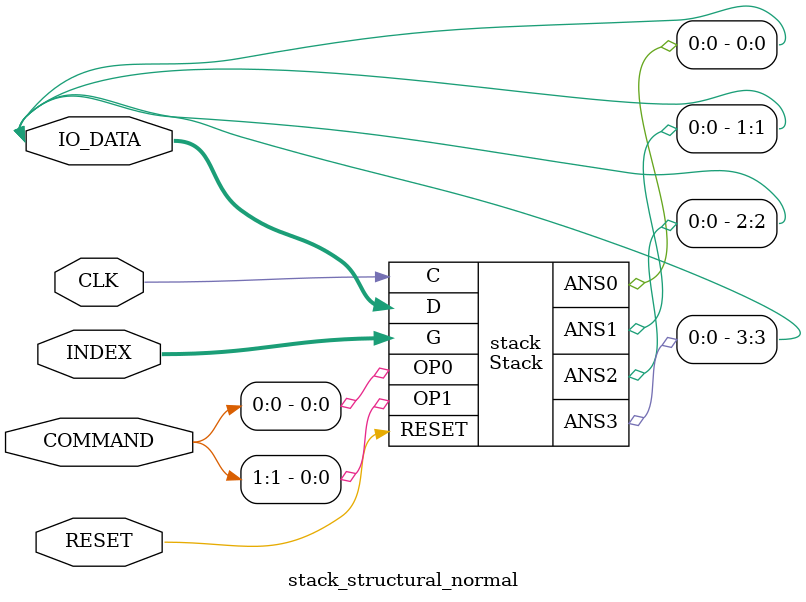
<source format=sv>
module ThreePusher (output wire Out0, Out1, Out2, input wire In0, In1, In2, B);
    and AND0(Out0, In0, B);
    and AND1(Out1, In1, B);
    and AND2(Out2, In2, B);
endmodule

module ThreeToFive (output wire S0, S1, S2, S3, S4, input wire A0, A1, A2);
    wire nA0, nA1, nA2;
    not negA0(nA0, A0);
    not negA1(nA1, A1);
    not negA2(nA2, A2);

    wire[7:0] ANS; // для каждого числ от 0 до 7 проверяем, не закодировано ли оно
    and ans0(ANS[0], nA0, nA1, nA2);
    and ans1(ANS[1], A0, nA1, nA2);
    and ans2(ANS[2], nA0, A1, nA2);
    and ans3(ANS[3], A0, A1, nA2);
    and ans4(ANS[4], nA0, nA1, A2);
    and ans5(ANS[5], A0, nA1, A2);
    and ans6(ANS[6], nA0, A1, A2);
    and ans7(ANS[7], A0, A1, A2);

    or OR0(S0, ANS[0], ANS[5]);
    or OR1(S1, ANS[1], ANS[6]);
    or OR2(S2, ANS[2], ANS[7]);
    or OR3(S3, ANS[3]);
    or OR4(S4, ANS[4]);
endmodule

module FiveToThree(output wire A0, A1, A2, input wire S0, S1, S2, S3, S4);
    or OR0(A0, S1, S3);
    or OR1(A1, S2, S3);
    or OR2(A2, S4);
endmodule

module DTrigger(output wire Q, input wire C, D);
    wire w1, w2, notQ, notD;
    not ND(notD, D);

    and IN1(w1, C, notD);
    and IN2(w2, C, D);
    nor NOR1(notQ, Q, w2);
    nor NOR2(Q, notQ, w1);
endmodule

module Comp10to1(output wire OUT, input wire B0, B1, B2, B3, B4, V0, V1, V2, V3, V4);
    wire[4:0] PUSH;
    and PV0(PUSH[0], B0, V0);
    and PV1(PUSH[1], B1, V1);
    and PV2(PUSH[2], B2, V2);
    and PV3(PUSH[3], B3, V3);
    and PV4(PUSH[4], B4, V4);
    or out(OUT, PUSH[0], PUSH[1], PUSH[2], PUSH[3], PUSH[4]);
endmodule

module StackCell(output wire Q0, Q1, Q2, Q3, input wire R, C, D0, D1, D2, D3);
    wire notR; not nr(notR, R);
    wire RorC; or r_or_c(RorC, R, C);
    wire D0andNR; and AND0(D0andNR, D0, notR);
    wire D1andNR; and AND1(D1andNR, D1, notR);
    wire D2andNR; and AND2(D2andNR, D2, notR);
    wire D3andNR; and AND3(D3andNR, D3, notR);
    DTrigger d_tr0(.C(RorC), .D(D0andNR), .Q(Q0));
    DTrigger d_tr1(.C(RorC), .D(D1andNR), .Q(Q1));
    DTrigger d_tr2(.C(RorC), .D(D2andNR), .Q(Q2));
    DTrigger d_tr3(.C(RorC), .D(D3andNR), .Q(Q3));
endmodule

module Demux(output wire C0, C1, C2, C3, C4, input wire A0, A1, A2, C);
    wire S0, S1, S2, S3, S4; 
    ThreeToFive ttf(.A0(A0), .A1(A1), .A2(A2), .S0(S0), .S1(S1), .S2(S2), .S3(S3), .S4(S4));
    and c0(C0, C, S0);
    and c1(C1, C, S1);
    and c2(C2, C, S2);
    and c3(C3, C, S3);
    and c4(C4, C, S4);
endmodule

module Plus1(output wire B0, B1, B2, input wire A0, A1, A2);
    wire S0, S1, S2, S3, S4;
    ThreeToFive ttf(.A0(A0), .A1(A1), .A2(A2), .S0(S0), .S1(S1), .S2(S2), .S3(S3), .S4(S4));
    FiveToThree fft(.S0(S4), .S1(S0), .S2(S1), .S3(S2), .S4(S3), .A0(B0), .A1(B1), .A2(B2));
endmodule

module Minus1(output wire B0, B1, B2, input wire A0, A1, A2);
    wire S0, S1, S2, S3, S4;
    ThreeToFive ttf(.A0(A0), .A1(A1), .A2(A2), .S0(S0), .S1(S1), .S2(S2), .S3(S3), .S4(S4));
    FiveToThree fft(.S0(S1), .S1(S2), .S2(S3), .S3(S4), .S4(S0), .A0(B0), .A1(B1), .A2(B2));
endmodule

module MUX(output wire Q0, Q1, Q2, Q3, input wire A0, A1, A2, D0, D1, D2, D3, D4, D5, D6, D7, D8, D9, D10, D11, D12, D13, D14, D15, D16, D17, D18, D19);
    wire S0, S1, S2, S3, S4;
    ThreeToFive mux_three_to_five(.A0(A0), .A1(A1), .A2(A2), .S0(S0), .S1(S1), .S2(S2), .S3(S3), .S4(S4));
    wire D0S0; and And_0_0(D0S0, D0, S0);
    wire D1S0; and And_1_0(D1S0, D1, S0);
    wire D2S0; and And_2_0(D2S0, D2, S0);
    wire D3S0; and And_3_0(D3S0, D3, S0);
    wire D4S1; and And_4_1(D4S1, D4, S1);
    wire D5S1; and And_5_1(D5S1, D5, S1);
    wire D6S1; and And_6_1(D6S1, D6, S1);
    wire D7S1; and And_7_1(D7S1, D7, S1);
    wire D8S2; and And_8_2(D8S2, D8, S2);
    wire D9S2; and And_9_2(D9S2, D9, S2);
    wire D10S2; and And_10_2(D10S2, D10, S2);
    wire D11S2; and And_11_2(D11S2, D11, S2);
    wire D12S3; and And_12_3(D12S3, D12, S3);
    wire D13S3; and And_13_3(D13S3, D13, S3);
    wire D14S3; and And_14_3(D14S3, D14, S3);
    wire D15S3; and And_15_3(D15S3, D15, S3);
    wire D16S4; and And_16_4(D16S4, D16, S4);
    wire D17S4; and And_17_4(D17S4, D17, S4);
    wire D18S4; and And_18_4(D18S4, D18, S4);
    wire D19S4; and And_19_4(D19S4, D19, S4);

    or OR0(Q0, D0S0, D4S1, D8S2, D12S3, D16S4);
    or OR1(Q1, D1S0, D5S1, D9S2, D13S3, D17S4);
    or OR2(Q2, D2S0, D6S1, D10S2, D14S3, D18S4);
    or OR3(Q3, D3S0, D7S1, D11S2, D15S3, D19S4);
endmodule

module MinusMod5(output wire R0, R1, R2, input wire A0, A1, A2, B0, B1, B2);
    wire X00, X01, X02; // A2A1A0 mod 5
    wire T0, T1, T2, T3, T4; // промежуточные провода для этого
    ThreeToFive ttf1(.A0(A0), .A1(A1), .A2(A2), .S0(T0), .S1(T1), .S2(T2), .S3(T3), .S4(T4));
    FiveToThree fft1(.A0(X00), .A1(X01), .A2(X02), .S0(T0), .S1(T1), .S2(T2), .S3(T3), .S4(T4));
    wire X10, X11, X12; // A2A1A0 - 1 mod 5
    wire X20, X21, X22; // A2A1A0 - 2 mod 5
    wire X30, X31, X32; // A2A1A0 - 3 mod 5
    wire X40, X41, X42; // A2A1A0 - 4 mod 5
    Minus1 m0(.A0(X00), .A1(X01), .A2(X02), .B0(X10), .B1(X11), .B2(X12));
    Minus1 m1(.A0(X10), .A1(X11), .A2(X12), .B0(X20), .B1(X21), .B2(X22));
    Minus1 m2(.A0(X20), .A1(X21), .A2(X22), .B0(X30), .B1(X31), .B2(X32));
    Minus1 m3(.A0(X30), .A1(X31), .A2(X32), .B0(X40), .B1(X41), .B2(X42));

    wire S0, S1, S2, S3, S4;
    ThreeToFive ttf2(.A0(B0), .A1(B1), .A2(B2), .S0(S0), .S1(S1), .S2(S2), .S3(S3), .S4(S4));

    Comp10to1 c0(.B0(S0), .B1(S1), .B2(S2), .B3(S3), .B4(S4), .V0(X00), .V1(X10), .V2(X20), .V3(X30), .V4(X40), .OUT(R0));
    Comp10to1 c1(.B0(S0), .B1(S1), .B2(S2), .B3(S3), .B4(S4), .V0(X01), .V1(X11), .V2(X21), .V3(X31), .V4(X41), .OUT(R1));
    Comp10to1 c2(.B0(S0), .B1(S1), .B2(S2), .B3(S3), .B4(S4), .V0(X02), .V1(X12), .V2(X22), .V3(X32), .V4(X42), .OUT(R2));
endmodule

module MEM(output wire Q0, Q1, Q2, Q3, input wire A0, A1, A2, R_W, C, RESET, D0, D1, D2, D3);
    wire C0, C1, C2, C3, C4;
    wire W0, W1, W2, W3, W4, W5, W6, W7, W8, W9, W10, W11, W12, W13, W14, W15, W16, W17, W18, W19;
    wire RWandC; and make_RWandC(RWandC, R_W, C);
    Demux dmx(.A0(A0), .A1(A1), .A2(A2), .C(RWandC), .C0(C0), .C1(C1), .C2(C2), .C3(C3), .C4(C4));
    StackCell cell0(.R(RESET), .C(C0), .D0(D0), .D1(D1), .D2(D2), .D3(D3), .Q0(W0), .Q1(W1), .Q2(W2), .Q3(W3));
    StackCell cell1(.R(RESET), .C(C1), .D0(D0), .D1(D1), .D2(D2), .D3(D3), .Q0(W4), .Q1(W5), .Q2(W6), .Q3(W7));
    StackCell cell2(.R(RESET), .C(C2), .D0(D0), .D1(D1), .D2(D2), .D3(D3), .Q0(W8), .Q1(W9), .Q2(W10), .Q3(W11));
    StackCell cell3(.R(RESET), .C(C3), .D0(D0), .D1(D1), .D2(D2), .D3(D3), .Q0(W12), .Q1(W13), .Q2(W14), .Q3(W15));
    StackCell cell4(.R(RESET), .C(C4), .D0(D0), .D1(D1), .D2(D2), .D3(D3), .Q0(W16), .Q1(W17), .Q2(W18), .Q3(W19));
    MUX mx(.A0(A0), .A1(A1), .A2(A2), .D0(W0), .D1(W1), .D2(W2), .D3(W3), .D4(W4), .D5(W5), .D6(W6), .D7(W7), .D8(W8), .D9(W9), .D10(W10), .D11(W11), .D12(W12), .D13(W13), .D14(W14), .D15(W15), .D16(W16), .D17(W17), .D18(W18), .D19(W19), .Q0(Q0), .Q1(Q1), .Q2(Q2), .Q3(Q3));
endmodule

module PointerModifier(output wire N0, N1, N2, input wire INF1, INF2, A0, A1, A2);
    wire notINF1; not ni1(notINF1, INF1);
    wire notINF2; not ni2(notINF2, INF2);
    wire PLUS, SAVE, MINUS;
    and plus_and(PLUS, notINF1,  INF2);
    and minus_and(MINUS, notINF2,  INF1);
    and save_and(SAVE, INF1,  INF2);
    wire P0, P1, P2; // указатель + 1
    Plus1 p1(.A0(A0), .A1(A1), .A2(A2), .B0(P0), .B1(P1), .B2(P2));
    wire M0, M1, M2; // указатель - 1
    Minus1 m1(.A0(A0), .A1(A1), .A2(A2), .B0(M0), .B1(M1), .B2(M2));
    wire AA0, AA1, AA2; ThreePusher save_pusher(.In0(A0), .In1(A1), .In2(A2), .B(SAVE), .Out0(AA0), .Out1(AA1), .Out2(AA2));
    wire MM0, MM1, MM2; ThreePusher save_minus(.In0(M0), .In1(M1), .In2(M2), .B(MINUS), .Out0(MM0), .Out1(MM1), .Out2(MM2));
    wire PP0, PP1, PP2; ThreePusher save_plus(.In0(P0), .In1(P1), .In2(P2), .B(PLUS), .Out0(PP0), .Out1(PP1), .Out2(PP2));
    or n0(N0, AA0, MM0, PP0);
    or n1(N1, AA1, MM1, PP1);
    or n2(N2, AA2, MM2, PP2);
endmodule

module OpToInf(output wire INF1, INF2, input wire OP0, OP1);
    wire xorOps; // OP0 ^ OP1
    xor make_xorOps(xorOps, OP0, OP1);
    wire not_xorOps; not make_not_xorOps(not_xorOps, xorOps); 
    or make_inf1(INF1, not_xorOps, OP1);
    or make_inf2(INF2, not_xorOps, OP0);
endmodule


module PointerManager(output wire[2:0] SAVED, NEW, input wire INF1, INF2, RESET, C);
    wire notRESET; not nR(notRESET, RESET);
    wire INF1andNOTRESET; and make_inf1andnR(INF1andNOTRESET, INF1, notRESET);
    wire INF2andNOTRESET; and make_inf2andnR(INF2andNOTRESET, INF2, notRESET);
    wire notC; not nC(notC, C);
    wire RESETorC; or make_RorC(RESETorC, RESET, C);
    wire RESETornC; or make_RornC(RESETornC, RESET, notC);

    wire[2:0] D;
    PointerModifier pmdf(.INF1(INF1andNOTRESET), .INF2(INF2andNOTRESET), .A0(SAVED[0]), .A1(SAVED[1]), .A2(SAVED[2]), .N0(D[0]), .N1(D[1]), .N2(D[2]));
    DTrigger dtr_n0(.C(RESETorC), .D(D[0]), .Q(NEW[0]));
    DTrigger dtr_n1(.C(RESETorC), .D(D[1]), .Q(NEW[1]));
    DTrigger dtr_n2(.C(RESETorC), .D(D[2]), .Q(NEW[2]));

    DTrigger dtr_s0(.C(RESETornC), .D(NEW[0]), .Q(SAVED[0]));
    DTrigger dtr_s1(.C(RESETornC), .D(NEW[1]), .Q(SAVED[1]));
    DTrigger dtr_s2(.C(RESETornC), .D(NEW[2]), .Q(SAVED[2]));
endmodule

module InAndOutHelper(output wire Q, input wire A, B);
    wire nA; not make_nA(nA, A);
    nmos p_tr(Q, (B), A);
    pmos n_tr(Q, (B), nA);
endmodule

module Stack(output wire ANS0, ANS1, ANS2, ANS3, input wire OP0, OP1, RESET, C, input wire[2:0] G, input wire[3:0] D);
    wire Q0, Q1, Q2, Q3;
    wire INF1, INF2;
    OpToInf oti(.OP0(OP0), .OP1(OP1), .INF1(INF1), .INF2(INF2));
    wire[2:0] SAVED;
    wire[2:0] NEW;
    PointerManager pm(.INF1(INF1), .INF2(INF2), .RESET(RESET), .C(C), .SAVED(SAVED), .NEW(NEW));
    
    wire nOP0; not not_op0(nOP0, OP0);
    wire nOP1; not not_op1(nOP1, OP1);
    
    wire NOP; and make_nop(NOP, nOP0, nOP1);
    wire PUSH; and make_push(PUSH, OP0, nOP1);
    wire POP; and make_pop(POP, nOP0, OP1);
    wire GET; and make_get(GET, OP0, OP1);
    wire GETorPOP; or make_get_ot_pop(GETorPOP, POP, GET);
    wire NEED_TO_READ; and make_need_to_read(NEED_TO_READ, GETorPOP, C);
    wire[2:0] PUSH_VALUES, POP_VALUES, GET_VALUES;
    // PUSH
    ThreePusher tp_push(.In0(SAVED[0]), .In1(SAVED[1]), .In2(SAVED[2]), .B(PUSH), .Out0(PUSH_VALUES[0]), .Out1(PUSH_VALUES[1]), .Out2(PUSH_VALUES[2]));
    // POP
    ThreePusher tp_pop(.In0(NEW[0]), .In1(NEW[1]), .In2(NEW[2]), .B(POP), .Out0(POP_VALUES[0]), .Out1(POP_VALUES[1]), .Out2(POP_VALUES[2]));
    // GET
    wire[2:0] G_PLUS1, G_MINUSED;
    Plus1 plus1_get(.A0(G[0]), .A1(G[1]), .A2(G[2]), .B0(G_PLUS1[0]), .B1(G_PLUS1[1]), .B2(G_PLUS1[2]));
    MinusMod5 minus_get(.A0(SAVED[0]), .A1(SAVED[1]), .A2(SAVED[2]), .B0(G_PLUS1[0]), .B1(G_PLUS1[1]), .B2(G_PLUS1[2]), .R0(G_MINUSED[0]), .R1(G_MINUSED[1]), .R2(G_MINUSED[2]));
    ThreePusher tp_get(.In0(G_MINUSED[0]), .In1(G_MINUSED[1]), .In2(G_MINUSED[2]), .B(GET), .Out0(GET_VALUES[0]), .Out1(GET_VALUES[1]), .Out2(GET_VALUES[2]));

    wire MEM_A0; or make_mem_a0(MEM_A0, PUSH_VALUES[0], POP_VALUES[0], GET_VALUES[0]);
    wire MEM_A1; or make_mem_a1(MEM_A1, PUSH_VALUES[1], POP_VALUES[1], GET_VALUES[1]);
    wire MEM_A2; or make_mem_a2(MEM_A2, PUSH_VALUES[2], POP_VALUES[2], GET_VALUES[2]);

    MEM stack_mem(.A0(MEM_A0), .A1(MEM_A1), .A2(MEM_A2), .R_W(PUSH), .C(C), .RESET(RESET), .D0(D[0]), .D1(D[1]), .D2(D[2]), .D3(D[3]), .Q0(Q0), .Q1(Q1), .Q2(Q2), .Q3(Q3));

    InAndOutHelper stack_ans0(.A(NEED_TO_READ), .B(Q0), .Q(ANS0));
    InAndOutHelper stack_ans1(.A(NEED_TO_READ), .B(Q1), .Q(ANS1));
    InAndOutHelper stack_ans2(.A(NEED_TO_READ), .B(Q2), .Q(ANS2));
    InAndOutHelper stack_ans3(.A(NEED_TO_READ), .B(Q3), .Q(ANS3));
endmodule

module stack_structural_normal(
    input wire RESET, 
    input wire CLK, 
    input wire[1:0] COMMAND,
    input wire[2:0] INDEX,
    inout wire[3:0] IO_DATA
    ); 
    
    // put your code here, the other module (stack_behaviour_easy) must be deleted
    Stack stack(.OP0(COMMAND[0]), .OP1(COMMAND[1]), .RESET(RESET), .C(CLK), .G(INDEX), .D(IO_DATA), .ANS0(IO_DATA[0]), .ANS1(IO_DATA[1]), .ANS2(IO_DATA[2]), .ANS3(IO_DATA[3]));
    
endmodule
</source>
